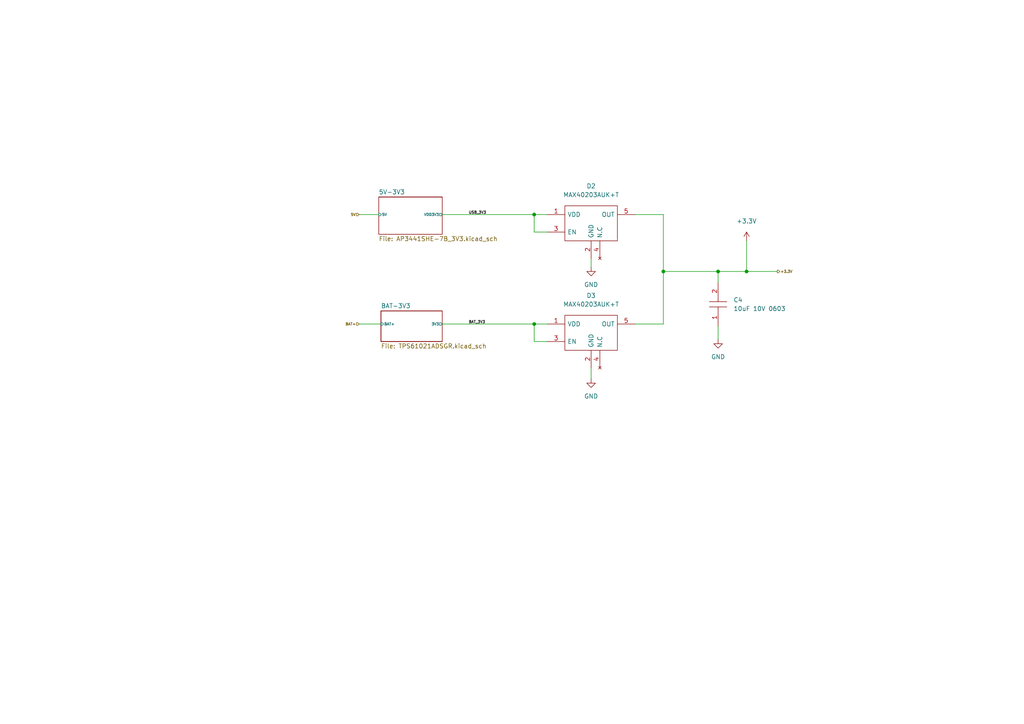
<source format=kicad_sch>
(kicad_sch (version 20211123) (generator eeschema)
  (paper "A4")
  (title_block (title "POWER") (date "2021-11-15") (rev "v2.0"))
  (lib_symbols
    (symbol "my_cap:10uF 10V 0603" (pin_names (offset 0.762))
      (property "Reference" "C" (at 8.89 6.35 0))
      (property "Value" "10uF 10V 0603" (at 8.89 3.81 0))
      (symbol "10uF 10V 0603_0_0"
        (pin passive line (at 0 0 0) (length 5.08) (name "~") (number "1"))
        (pin passive line (at 12.7 0 180) (length 5.08) (name "~") (number "2"))
      )
      (symbol "10uF 10V 0603_0_1"
        (polyline (pts (xy 5.08 0) (xy 5.588 0)) (stroke (width 0.1524)))
        (polyline (pts (xy 5.588 2.54) (xy 5.588 -2.54)) (stroke (width 0.1524)))
        (polyline (pts (xy 7.112 0) (xy 7.62 0)) (stroke (width 0.1524)))
        (polyline (pts (xy 7.112 2.54) (xy 7.112 -2.54)) (stroke (width 0.1524)))
      )
    )
    (symbol "my_diode:MAX40203AUK+T" (pin_names (offset 0.762))
      (property "Reference" "D" (at 21.59 7.62 0))
      (property "Value" "MAX40203AUK+T" (at 21.59 5.08 0))
      (symbol "MAX40203AUK+T_0_0"
        (pin power_in line (at 0 0 0) (length 5.08) (name "VDD") (number "1"))
        (pin power_in line (at 12.7 -12.7 90) (length 5.08) (name "GND") (number "2"))
        (pin input line (at 0 -5.08 0) (length 5.08) (name "EN") (number "3"))
        (pin no_connect line (at 15.24 -12.7 90) (length 5.08) (name "N.C") (number "4"))
        (pin output line (at 25.4 0 180) (length 5.08) (name "OUT") (number "5"))
      )
      (symbol "MAX40203AUK+T_0_1"
        (polyline (pts (xy 5.08 2.54) (xy 20.32 2.54) (xy 20.32 -7.62) (xy 5.08 -7.62) (xy 5.08 2.54)) (stroke (width 0.1524)))
      )
    )
    (symbol "power:+3.3V" (power) (pin_names (offset 0))
      (property "Value" "+3.3V" (at 0 3.556 0))
      (symbol "+3.3V_0_1"
        (polyline (pts (xy -0.762 1.27) (xy 0 2.54)))
        (polyline (pts (xy 0 0) (xy 0 2.54)))
        (polyline (pts (xy 0 2.54) (xy 0.762 1.27)))
      )
      (symbol "+3.3V_1_1"
        (pin power_in line (at 0 0 90) (length 0) hide (name "+3.3V") (number "1"))
      )
    )
    (symbol "power:GND" (power) (pin_names (offset 0))
      (property "Value" "GND" (at 0 -3.81 0))
      (symbol "GND_0_1"
        (polyline (pts (xy 0 0) (xy 0 -1.27) (xy 1.27 -1.27) (xy 0 -2.54) (xy -1.27 -1.27) (xy 0 -1.27)))
      )
      (symbol "GND_1_1"
        (pin power_in line (at 0 0 270) (length 0) hide (name "GND") (number "1"))
      )
    )
  )
  (junction (at 154.94 93.98))
  (junction (at 216.535 78.74))
  (junction (at 154.94 62.23))
  (junction (at 192.405 78.74))
  (junction (at 208.28 78.74))
  (wire (pts (xy 104.14 62.23) (xy 109.855 62.23)))
  (wire (pts (xy 104.14 93.98) (xy 110.49 93.98)))
  (wire (pts (xy 208.28 78.74) (xy 216.535 78.74)))
  (wire (pts (xy 192.405 78.74) (xy 192.405 93.98)))
  (wire (pts (xy 171.45 106.68) (xy 171.45 109.855)))
  (wire (pts (xy 208.28 78.74) (xy 208.28 81.915)))
  (wire (pts (xy 128.27 93.98) (xy 154.94 93.98)))
  (wire (pts (xy 154.94 62.23) (xy 158.75 62.23)))
  (wire (pts (xy 216.535 69.85) (xy 216.535 78.74)))
  (wire (pts (xy 154.94 99.06) (xy 158.75 99.06)))
  (wire (pts (xy 192.405 62.23) (xy 192.405 78.74)))
  (wire (pts (xy 216.535 78.74) (xy 225.425 78.74)))
  (wire (pts (xy 154.94 93.98) (xy 154.94 99.06)))
  (wire (pts (xy 192.405 93.98) (xy 184.15 93.98)))
  (wire (pts (xy 128.27 62.23) (xy 154.94 62.23)))
  (wire (pts (xy 154.94 67.31) (xy 154.94 62.23)))
  (wire (pts (xy 158.75 93.98) (xy 154.94 93.98)))
  (wire (pts (xy 171.45 74.93) (xy 171.45 77.47)))
  (wire (pts (xy 208.28 94.615) (xy 208.28 98.425)))
  (wire (pts (xy 158.75 67.31) (xy 154.94 67.31)))
  (wire (pts (xy 184.15 62.23) (xy 192.405 62.23)))
  (wire (pts (xy 192.405 78.74) (xy 208.28 78.74)))
  (label "BAT_3V3" (at 135.89 93.98 0) (effects (font (size 0.762 0.762))))
  (label "USB_3V3" (at 135.89 62.23 0) (effects (font (size 0.762 0.762))))
  (hierarchical_label "+3.3V" (shape output) (at 225.425 78.74 0) (effects (font (size 0.762 0.762))))
  (hierarchical_label "5V" (shape input) (at 104.14 62.23 180) (effects (font (size 0.762 0.762))))
  (hierarchical_label "BAT+" (shape input) (at 104.14 93.98 180) (effects (font (size 0.762 0.762))))
  (symbol (lib_id "power:GND") (at 171.45 77.47 0) (unit 1)
    (property "Reference" "#PWR028" (effects hide))
    (property "Value" "GND" (at 171.45 82.55 0))
  )
  (symbol (lib_id "power:GND") (at 171.45 109.855 0) (unit 1)
    (property "Reference" "#PWR07" (effects hide))
    (property "Value" "GND" (at 171.45 114.935 0))
  )
  (symbol (lib_id "my_cap:10uF 10V 0603") (at 208.28 94.615 90) (unit 1)
    (property "Reference" "C4" (at 212.725 86.9949 90) (effects (justify right)))
    (property "Value" "10uF 10V 0603" (at 212.725 89.5349 90) (effects (justify right)))
    (property "Footprint" "C_0603_1608Metric" (effects hide))
    (property "Datasheet" "https://datasheet.datasheetarchive.com/originals/distributors/Datasheets_SAMA/bbba3f8fe6d46f272928c3ff665d9bef.pdf" (effects hide))
    (property "Description" "Chip Capacitor value 106" (effects hide))
    (property "Height" "0.9" (effects hide))
    (property "Manufacturer_Name" "Murata Electronics" (effects hide))
    (property "Manufacturer_Part_Number" "GRM188Z71A106KA73D" (effects hide))
    (property "Mouser Part Number" "81-GRM188Z71A106KA3D" (effects hide))
    (property "Mouser Price/Stock" "https://www.mouser.co.uk/ProductDetail/Murata-Electronics/GRM188Z71A106KA73D?qs=d0WKAl%252BL4KaRM1L%252BaIs%2FqQ%3D%3D" (effects hide))
    (property "Arrow Part Number" "GRM188Z71A106KA73D" (effects hide))
    (property "Arrow Price/Stock" "https://www.arrow.com/en/products/grm188z71a106ka73d/murata-manufacturing?region=europe" (effects hide))
  )
  (symbol (lib_id "my_diode:MAX40203AUK+T") (at 158.75 62.23 0) (unit 1)
    (property "Reference" "D2" (at 171.45 53.975 0))
    (property "Value" "MAX40203AUK+T" (at 171.45 56.515 0))
    (property "Footprint" "SOT95P280X145-5N" (effects hide))
    (property "Datasheet" "http://www.mouser.com/datasheet/2/256/MAX40203-1517812.pdf" (effects hide))
    (property "Description" "MAXIM INTEGRATED PRODUCTS - MAX40203AUK+T - IDEAL DIODE CURRENT SW, -40 TO 125DEG C" (effects hide))
    (property "Height" "1.45" (effects hide))
    (property "Manufacturer_Name" "Maxim Integrated" (effects hide))
    (property "Manufacturer_Part_Number" "MAX40203AUK+T" (effects hide))
    (property "Mouser Part Number" "700-MAX40203AUK+T" (effects hide))
    (property "Mouser Price/Stock" "https://www.mouser.co.uk/ProductDetail/Maxim-Integrated/MAX40203AUK%2bT?qs=l7cgNqFNU1j1dlDj29Iz0A%3D%3D" (effects hide))
    (property "Arrow Part Number" "MAX40203AUK+T" (effects hide))
    (property "Arrow Price/Stock" "https://www.arrow.com/en/products/max40203aukt/maxim-integrated?region=nac" (effects hide))
  )
  (symbol (lib_id "my_diode:MAX40203AUK+T") (at 158.75 93.98 0) (unit 1)
    (property "Reference" "D3" (at 171.45 85.725 0))
    (property "Value" "MAX40203AUK+T" (at 171.45 88.265 0))
    (property "Footprint" "SOT95P280X145-5N" (effects hide))
    (property "Datasheet" "http://www.mouser.com/datasheet/2/256/MAX40203-1517812.pdf" (effects hide))
    (property "Description" "MAXIM INTEGRATED PRODUCTS - MAX40203AUK+T - IDEAL DIODE CURRENT SW, -40 TO 125DEG C" (effects hide))
    (property "Height" "1.45" (effects hide))
    (property "Manufacturer_Name" "Maxim Integrated" (effects hide))
    (property "Manufacturer_Part_Number" "MAX40203AUK+T" (effects hide))
    (property "Mouser Part Number" "700-MAX40203AUK+T" (effects hide))
    (property "Mouser Price/Stock" "https://www.mouser.co.uk/ProductDetail/Maxim-Integrated/MAX40203AUK%2bT?qs=l7cgNqFNU1j1dlDj29Iz0A%3D%3D" (effects hide))
    (property "Arrow Part Number" "MAX40203AUK+T" (effects hide))
    (property "Arrow Price/Stock" "https://www.arrow.com/en/products/max40203aukt/maxim-integrated?region=nac" (effects hide))
  )
  (symbol (lib_id "power:GND") (at 208.28 98.425 0) (unit 1)
    (property "Reference" "#PWR0102" (effects hide))
    (property "Value" "GND" (at 208.28 103.505 0))
  )
  (symbol (lib_id "power:+3.3V") (at 216.535 69.85 0) (unit 1)
    (property "Reference" "#PWR0101" (effects hide))
    (property "Value" "+3.3V" (at 216.535 64.135 0))
  )
  (sheet (at 109.855 57.15) (size 18.415 10.795) (stroke (width 0.1524))
    (property "Sheet name" "5V-3V3" (at 109.855 56.4384 0) (effects (justify left bottom)))
    (property "Sheet file" "AP3441SHE-7B_3V3.kicad_sch" (at 109.855 68.5296 0) (effects (justify left top)))
    (pin "VDD3V3" output (at 128.27 62.23 0) (effects (font (size 0.762 0.762))))
    (pin "5V" input (at 109.855 62.23 180) (effects (font (size 0.762 0.762))))
  )
  (sheet (at 110.49 90.17) (size 17.78 8.89) (stroke (width 0.1524))
    (property "Sheet name" "BAT-3V3" (at 110.49 89.4584 0) (effects (justify left bottom)))
    (property "Sheet file" "TPS61021ADSGR.kicad_sch" (at 110.49 99.6446 0) (effects (justify left top)))
    (pin "3V3" output (at 128.27 93.98 0) (effects (font (size 0.762 0.762))))
    (pin "BAT+" input (at 110.49 93.98 180) (effects (font (size 0.762 0.762))))
  )
)
</source>
